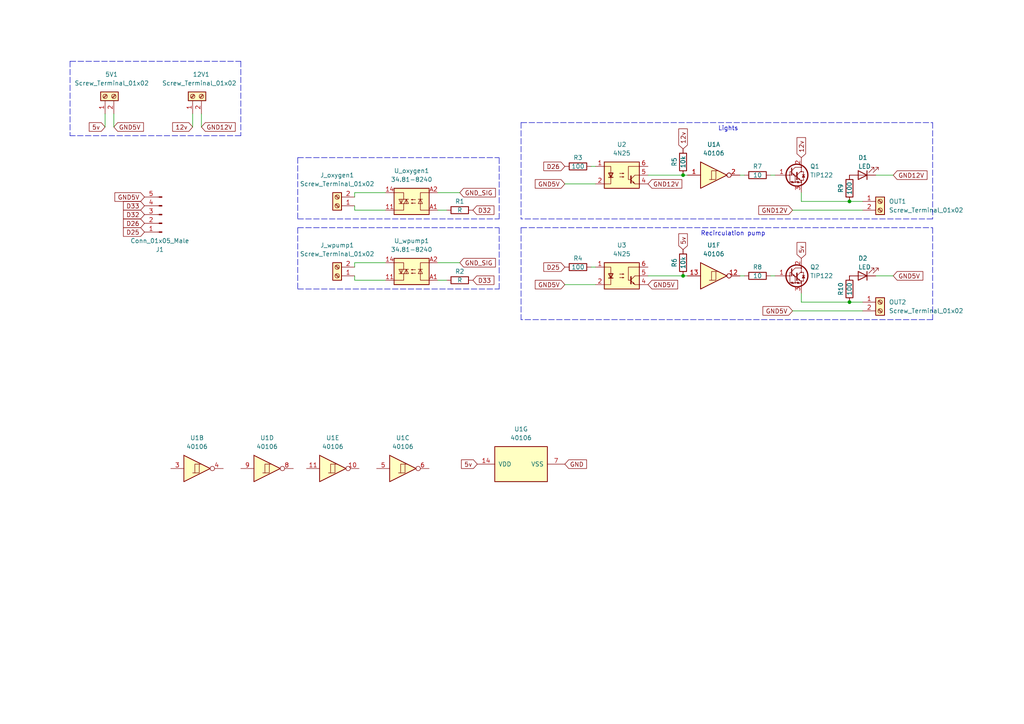
<source format=kicad_sch>
(kicad_sch (version 20211123) (generator eeschema)
  (paper "A4")
  (lib_symbols
    (symbol "4xxx:40106" (pin_names (offset 1.016))
      (property "Reference" "U" (at 0 1.27 0))
      (property "Value" "40106" (at 0 -1.27 0))
      (symbol "40106_1_0"
        (polyline (pts (xy -0.635 -1.27) (xy -0.635 1.27) (xy 0.635 1.27)))
        (polyline (pts (xy -3.81 3.81) (xy -3.81 -3.81) (xy 3.81 0) (xy -3.81 3.81)) (stroke (width 0.254)) (fill (type background)))
        (polyline (pts (xy -1.27 -1.27) (xy 0.635 -1.27) (xy 0.635 1.27) (xy 1.27 1.27)))
        (pin input line (at -7.62 0 0) (length 3.81) (name "~") (number "1"))
        (pin output inverted (at 7.62 0 180) (length 3.81) (name "~") (number "2"))
      )
      (symbol "40106_2_0"
        (polyline (pts (xy -0.635 -1.27) (xy -0.635 1.27) (xy 0.635 1.27)))
        (polyline (pts (xy -3.81 3.81) (xy -3.81 -3.81) (xy 3.81 0) (xy -3.81 3.81)) (stroke (width 0.254)) (fill (type background)))
        (polyline (pts (xy -1.27 -1.27) (xy 0.635 -1.27) (xy 0.635 1.27) (xy 1.27 1.27)))
        (pin input line (at -7.62 0 0) (length 3.81) (name "~") (number "3"))
        (pin output inverted (at 7.62 0 180) (length 3.81) (name "~") (number "4"))
      )
      (symbol "40106_3_0"
        (polyline (pts (xy -0.635 -1.27) (xy -0.635 1.27) (xy 0.635 1.27)))
        (polyline (pts (xy -3.81 3.81) (xy -3.81 -3.81) (xy 3.81 0) (xy -3.81 3.81)) (stroke (width 0.254)) (fill (type background)))
        (polyline (pts (xy -1.27 -1.27) (xy 0.635 -1.27) (xy 0.635 1.27) (xy 1.27 1.27)))
        (pin input line (at -7.62 0 0) (length 3.81) (name "~") (number "5"))
        (pin output inverted (at 7.62 0 180) (length 3.81) (name "~") (number "6"))
      )
      (symbol "40106_4_0"
        (polyline (pts (xy -0.635 -1.27) (xy -0.635 1.27) (xy 0.635 1.27)))
        (polyline (pts (xy -3.81 3.81) (xy -3.81 -3.81) (xy 3.81 0) (xy -3.81 3.81)) (stroke (width 0.254)) (fill (type background)))
        (polyline (pts (xy -1.27 -1.27) (xy 0.635 -1.27) (xy 0.635 1.27) (xy 1.27 1.27)))
        (pin output inverted (at 7.62 0 180) (length 3.81) (name "~") (number "8"))
        (pin input line (at -7.62 0 0) (length 3.81) (name "~") (number "9"))
      )
      (symbol "40106_5_0"
        (polyline (pts (xy -0.635 -1.27) (xy -0.635 1.27) (xy 0.635 1.27)))
        (polyline (pts (xy -3.81 3.81) (xy -3.81 -3.81) (xy 3.81 0) (xy -3.81 3.81)) (stroke (width 0.254)) (fill (type background)))
        (polyline (pts (xy -1.27 -1.27) (xy 0.635 -1.27) (xy 0.635 1.27) (xy 1.27 1.27)))
        (pin output inverted (at 7.62 0 180) (length 3.81) (name "~") (number "10"))
        (pin input line (at -7.62 0 0) (length 3.81) (name "~") (number "11"))
      )
      (symbol "40106_6_0"
        (polyline (pts (xy -0.635 -1.27) (xy -0.635 1.27) (xy 0.635 1.27)))
        (polyline (pts (xy -3.81 3.81) (xy -3.81 -3.81) (xy 3.81 0) (xy -3.81 3.81)) (stroke (width 0.254)) (fill (type background)))
        (polyline (pts (xy -1.27 -1.27) (xy 0.635 -1.27) (xy 0.635 1.27) (xy 1.27 1.27)))
        (pin output inverted (at 7.62 0 180) (length 3.81) (name "~") (number "12"))
        (pin input line (at -7.62 0 0) (length 3.81) (name "~") (number "13"))
      )
      (symbol "40106_7_0"
        (pin power_in line (at 0 12.7 270) (length 5.08) (name "VDD") (number "14"))
        (pin power_in line (at 0 -12.7 90) (length 5.08) (name "VSS") (number "7"))
      )
      (symbol "40106_7_1"
        (rectangle (start -5.08 7.62) (end 5.08 -7.62) (stroke (width 0.254)) (fill (type background)))
      )
    )
    (symbol "Connector:Conn_01x05_Male" (pin_names (offset 1.016) hide)
      (property "Reference" "J" (at 0 7.62 0))
      (property "Value" "Conn_01x05_Male" (at 0 -7.62 0))
      (symbol "Conn_01x05_Male_1_1"
        (polyline (pts (xy 1.27 -5.08) (xy 0.8636 -5.08)) (stroke (width 0.1524)))
        (polyline (pts (xy 1.27 -2.54) (xy 0.8636 -2.54)) (stroke (width 0.1524)))
        (polyline (pts (xy 1.27 0) (xy 0.8636 0)) (stroke (width 0.1524)))
        (polyline (pts (xy 1.27 2.54) (xy 0.8636 2.54)) (stroke (width 0.1524)))
        (polyline (pts (xy 1.27 5.08) (xy 0.8636 5.08)) (stroke (width 0.1524)))
        (rectangle (start 0.8636 -4.953) (end 0 -5.207) (stroke (width 0.1524)) (fill (type outline)))
        (rectangle (start 0.8636 -2.413) (end 0 -2.667) (stroke (width 0.1524)) (fill (type outline)))
        (rectangle (start 0.8636 0.127) (end 0 -0.127) (stroke (width 0.1524)) (fill (type outline)))
        (rectangle (start 0.8636 2.667) (end 0 2.413) (stroke (width 0.1524)) (fill (type outline)))
        (rectangle (start 0.8636 5.207) (end 0 4.953) (stroke (width 0.1524)) (fill (type outline)))
        (pin passive line (at 5.08 5.08 180) (length 3.81) (name "Pin_1") (number "1"))
        (pin passive line (at 5.08 2.54 180) (length 3.81) (name "Pin_2") (number "2"))
        (pin passive line (at 5.08 0 180) (length 3.81) (name "Pin_3") (number "3"))
        (pin passive line (at 5.08 -2.54 180) (length 3.81) (name "Pin_4") (number "4"))
        (pin passive line (at 5.08 -5.08 180) (length 3.81) (name "Pin_5") (number "5"))
      )
    )
    (symbol "Connector:Screw_Terminal_01x02" (pin_names (offset 1.016) hide)
      (property "Reference" "J" (at 0 2.54 0))
      (property "Value" "Screw_Terminal_01x02" (at 0 -5.08 0))
      (symbol "Screw_Terminal_01x02_1_1"
        (rectangle (start -1.27 1.27) (end 1.27 -3.81) (stroke (width 0.254)) (fill (type background)))
        (circle (center 0 -2.54) (radius 0.635) (stroke (width 0.1524)))
        (polyline (pts (xy -0.5334 -2.2098) (xy 0.3302 -3.048)) (stroke (width 0.1524)))
        (polyline (pts (xy -0.5334 0.3302) (xy 0.3302 -0.508)) (stroke (width 0.1524)))
        (polyline (pts (xy -0.3556 -2.032) (xy 0.508 -2.8702)) (stroke (width 0.1524)))
        (polyline (pts (xy -0.3556 0.508) (xy 0.508 -0.3302)) (stroke (width 0.1524)))
        (circle (center 0 0) (radius 0.635) (stroke (width 0.1524)))
        (pin passive line (at -5.08 0 0) (length 3.81) (name "Pin_1") (number "1"))
        (pin passive line (at -5.08 -2.54 0) (length 3.81) (name "Pin_2") (number "2"))
      )
    )
    (symbol "Device:LED" (pin_numbers hide) (pin_names (offset 1.016) hide)
      (property "Reference" "D" (at 0 2.54 0))
      (property "Value" "LED" (at 0 -2.54 0))
      (symbol "LED_0_1"
        (polyline (pts (xy -1.27 -1.27) (xy -1.27 1.27)) (stroke (width 0.254)))
        (polyline (pts (xy -1.27 0) (xy 1.27 0)))
        (polyline (pts (xy 1.27 -1.27) (xy 1.27 1.27) (xy -1.27 0) (xy 1.27 -1.27)) (stroke (width 0.254)))
        (polyline (pts (xy -3.048 -0.762) (xy -4.572 -2.286) (xy -3.81 -2.286) (xy -4.572 -2.286) (xy -4.572 -1.524)))
        (polyline (pts (xy -1.778 -0.762) (xy -3.302 -2.286) (xy -2.54 -2.286) (xy -3.302 -2.286) (xy -3.302 -1.524)))
      )
      (symbol "LED_1_1"
        (pin passive line (at -3.81 0 0) (length 2.54) (name "K") (number "1"))
        (pin passive line (at 3.81 0 180) (length 2.54) (name "A") (number "2"))
      )
    )
    (symbol "Device:R" (pin_numbers hide) (pin_names (offset 0))
      (property "Reference" "R" (at 2.032 0 90))
      (property "Value" "R" (at 0 0 90))
      (symbol "R_0_1"
        (rectangle (start -1.016 -2.54) (end 1.016 2.54) (stroke (width 0.254)))
      )
      (symbol "R_1_1"
        (pin passive line (at 0 3.81 270) (length 1.27) (name "~") (number "1"))
        (pin passive line (at 0 -3.81 90) (length 1.27) (name "~") (number "2"))
      )
    )
    (symbol "Isolator:4N25" (pin_names (offset 1.016))
      (property "Reference" "U" (at -5.08 5.08 0))
      (property "Value" "4N25" (at 0 5.08 0))
      (symbol "4N25_0_1"
        (rectangle (start -5.08 3.81) (end 5.08 -3.81) (stroke (width 0.254)) (fill (type background)))
        (polyline (pts (xy -3.81 -0.635) (xy -2.54 -0.635)) (stroke (width 0.254)))
        (polyline (pts (xy 2.667 -1.397) (xy 3.81 -2.54)))
        (polyline (pts (xy 2.667 -1.143) (xy 3.81 0)))
        (polyline (pts (xy 3.81 -2.54) (xy 5.08 -2.54)))
        (polyline (pts (xy 3.81 0) (xy 5.08 0)))
        (polyline (pts (xy 2.667 -0.254) (xy 2.667 -2.286) (xy 2.667 -2.286)) (stroke (width 0.3556)))
        (polyline (pts (xy -5.08 -2.54) (xy -3.175 -2.54) (xy -3.175 2.54) (xy -5.08 2.54)))
        (polyline (pts (xy -3.175 -0.635) (xy -3.81 0.635) (xy -2.54 0.635) (xy -3.175 -0.635)) (stroke (width 0.254)))
        (polyline (pts (xy 3.683 -2.413) (xy 3.429 -1.905) (xy 3.175 -2.159) (xy 3.683 -2.413)))
        (polyline (pts (xy 5.08 2.54) (xy 1.905 2.54) (xy 1.905 -1.27) (xy 2.54 -1.27)))
        (polyline (pts (xy -0.635 -0.508) (xy 0.635 -0.508) (xy 0.254 -0.635) (xy 0.254 -0.381) (xy 0.635 -0.508)))
        (polyline (pts (xy -0.635 0.508) (xy 0.635 0.508) (xy 0.254 0.381) (xy 0.254 0.635) (xy 0.635 0.508)))
      )
      (symbol "4N25_1_1"
        (pin passive line (at -7.62 2.54 0) (length 2.54) (name "~") (number "1"))
        (pin passive line (at -7.62 -2.54 0) (length 2.54) (name "~") (number "2"))
        (pin no_connect line (at -5.08 0 0) (length 2.54) hide (name "NC") (number "3"))
        (pin passive line (at 7.62 -2.54 180) (length 2.54) (name "~") (number "4"))
        (pin passive line (at 7.62 0 180) (length 2.54) (name "~") (number "5"))
        (pin passive line (at 7.62 2.54 180) (length 2.54) (name "~") (number "6"))
      )
    )
    (symbol "Relay_SolidState:34.81-8240"
      (property "Reference" "U" (at -5.08 5.08 0))
      (property "Value" "34.81-8240" (at 0 5.08 0))
      (symbol "34.81-8240_0_1"
        (rectangle (start -5.08 3.81) (end 5.08 -3.81) (stroke (width 0.254)) (fill (type background)))
        (polyline (pts (xy -3.175 -0.635) (xy -1.905 -0.635)))
        (polyline (pts (xy 1.524 -0.635) (xy 1.524 0.635)))
        (polyline (pts (xy 3.048 0.635) (xy 3.048 -0.635)))
        (polyline (pts (xy 2.286 -0.635) (xy 2.286 -2.54) (xy 5.08 -2.54)))
        (polyline (pts (xy 2.286 0.635) (xy 2.286 2.54) (xy 5.08 2.54)))
        (polyline (pts (xy -5.08 2.54) (xy -2.54 2.54) (xy -2.54 -2.54) (xy -5.08 -2.54)))
        (polyline (pts (xy -2.54 -0.635) (xy -3.175 0.635) (xy -1.905 0.635) (xy -2.54 -0.635)))
        (polyline (pts (xy 0.889 -0.635) (xy 3.683 -0.635) (xy 3.048 0.635) (xy 2.413 -0.635)))
        (polyline (pts (xy 3.683 0.635) (xy 0.889 0.635) (xy 1.524 -0.635) (xy 2.159 0.635)))
        (polyline (pts (xy -1.143 -0.508) (xy 0.127 -0.508) (xy -0.254 -0.635) (xy -0.254 -0.381) (xy 0.127 -0.508)))
        (polyline (pts (xy -1.143 0.508) (xy 0.127 0.508) (xy -0.254 0.381) (xy -0.254 0.635) (xy 0.127 0.508)))
      )
      (symbol "34.81-8240_1_1"
        (pin passive line (at 7.62 2.54 180) (length 2.54) (name "~") (number "11"))
        (pin passive line (at 7.62 -2.54 180) (length 2.54) (name "~") (number "14"))
        (pin passive line (at -7.62 2.54 0) (length 2.54) (name "~") (number "A1"))
        (pin passive line (at -7.62 -2.54 0) (length 2.54) (name "~") (number "A2"))
      )
    )
    (symbol "Transistor_BJT:TIP122" (pin_names (offset 0) hide)
      (property "Reference" "Q" (at 5.08 1.905 0))
      (property "Value" "TIP122" (at 5.08 0 0))
      (symbol "TIP122_0_1"
        (circle (center -0.762 0) (radius 0.127))
        (polyline (pts (xy -1.27 0) (xy -0.889 0)))
        (polyline (pts (xy 2.54 -2.032) (xy 2.54 -2.54)))
        (polyline (pts (xy 2.54 -1.524) (xy 3.175 -1.524)))
        (polyline (pts (xy 2.794 0.127) (xy 3.556 0.127)))
        (polyline (pts (xy 3.175 -0.635) (xy 3.175 -1.524)))
        (polyline (pts (xy 3.175 1.016) (xy 2.54 1.016)))
        (polyline (pts (xy 3.175 1.016) (xy 3.175 0.127)))
        (polyline (pts (xy -0.254 0.762) (xy 0.762 -0.254) (xy 1.27 -0.254)))
        (polyline (pts (xy -0.254 1.016) (xy -0.762 1.016) (xy -0.762 -2.032)))
        (polyline (pts (xy -0.254 1.27) (xy 0.762 2.286) (xy 2.54 2.286)))
        (polyline (pts (xy -0.254 2.032) (xy -0.254 0) (xy -0.254 0)) (stroke (width 0.3048)))
        (polyline (pts (xy 1.27 0.762) (xy 1.27 -1.27) (xy 1.27 -1.27)) (stroke (width 0.381)))
        (polyline (pts (xy 0.635 -0.127) (xy 0.381 0.381) (xy 0.127 0.127) (xy 0.635 -0.127)))
        (polyline (pts (xy 1.27 -0.508) (xy 2.286 -1.524) (xy 2.54 -1.524) (xy 2.54 -2.032)))
        (polyline (pts (xy 1.27 0) (xy 2.286 1.016) (xy 2.54 1.016) (xy 2.54 2.286)))
        (polyline (pts (xy 2.159 -1.397) (xy 1.905 -0.889) (xy 1.651 -1.143) (xy 2.159 -1.397)))
        (polyline (pts (xy 3.175 0.127) (xy 2.794 -0.635) (xy 3.556 -0.635) (xy 3.175 0.127)) (fill (type outline)))
        (polyline (pts (xy 0.762 -2.032) (xy 0.381 -2.032) (xy 0.254 -2.286) (xy 0.127 -1.778) (xy 0 -2.286) (xy -0.127 -1.778) (xy -0.254 -2.286) (xy -0.381 -1.778) (xy -0.508 -2.032) (xy -0.762 -2.032)))
        (polyline (pts (xy 0.762 -0.254) (xy 0.762 -2.032) (xy 1.143 -2.032) (xy 1.27 -1.778) (xy 1.397 -2.286) (xy 1.524 -1.778) (xy 1.651 -2.286) (xy 1.778 -1.778) (xy 1.905 -2.286) (xy 2.032 -2.032) (xy 2.54 -2.032)))
        (circle (center 0.762 -2.032) (radius 0.127))
        (circle (center 0.762 -0.254) (radius 0.127))
        (circle (center 1.27 0) (radius 3.175) (stroke (width 0.3556)))
        (circle (center 2.54 -2.032) (radius 0.127))
        (circle (center 2.54 -1.524) (radius 0.127))
        (circle (center 2.54 1.016) (radius 0.127))
        (circle (center 2.54 2.286) (radius 0.127))
      )
      (symbol "TIP122_1_1"
        (pin input line (at -5.08 0 0) (length 3.81) (name "B") (number "1"))
        (pin passive line (at 2.54 5.08 270) (length 2.667) (name "C") (number "2"))
        (pin passive line (at 2.54 -5.08 90) (length 2.54) (name "E") (number "3"))
      )
    )
  )
  (junction (at 246.38 58.42))
  (junction (at 198.12 80.01))
  (junction (at 198.12 50.8))
  (junction (at 246.38 87.63))
  (wire (pts (xy 198.12 50.8) (xy 199.39 50.8)))
  (wire (pts (xy 33.02 36.83) (xy 33.02 33.02)))
  (wire (pts (xy 30.48 36.83) (xy 30.48 33.02)))
  (wire (pts (xy 111.76 60.96) (xy 102.87 60.96)))
  (wire (pts (xy 232.41 58.42) (xy 246.38 58.42)))
  (wire (pts (xy 127 60.96) (xy 129.54 60.96)))
  (wire (pts (xy 254 50.8) (xy 259.08 50.8)))
  (wire (pts (xy 250.19 87.63) (xy 246.38 87.63)))
  (wire (pts (xy 254 80.01) (xy 259.08 80.01)))
  (wire (pts (xy 232.41 87.63) (xy 246.38 87.63)))
  (polyline (pts (xy 86.36 45.72) (xy 86.36 63.5)))
  (wire (pts (xy 214.63 80.01) (xy 215.9 80.01)))
  (polyline (pts (xy 270.51 66.04) (xy 270.51 92.71)))
  (polyline (pts (xy 86.36 63.5) (xy 144.78 63.5)))
  (polyline (pts (xy 151.13 35.56) (xy 151.13 63.5)))
  (polyline (pts (xy 69.85 39.37) (xy 20.32 39.37)))
  (wire (pts (xy 229.87 60.96) (xy 250.19 60.96)))
  (wire (pts (xy 127 55.88) (xy 133.35 55.88)))
  (wire (pts (xy 58.42 36.83) (xy 58.42 33.02)))
  (wire (pts (xy 171.45 48.26) (xy 172.72 48.26)))
  (polyline (pts (xy 86.36 83.82) (xy 144.78 83.82)))
  (wire (pts (xy 250.19 58.42) (xy 246.38 58.42)))
  (wire (pts (xy 127 76.2) (xy 133.35 76.2)))
  (wire (pts (xy 198.12 80.01) (xy 199.39 80.01)))
  (wire (pts (xy 111.76 55.88) (xy 102.87 55.88)))
  (wire (pts (xy 163.83 53.34) (xy 172.72 53.34)))
  (polyline (pts (xy 144.78 63.5) (xy 144.78 45.72)))
  (wire (pts (xy 223.52 50.8) (xy 224.79 50.8)))
  (polyline (pts (xy 69.85 17.78) (xy 69.85 39.37)))
  (polyline (pts (xy 20.32 17.78) (xy 20.32 39.37)))
  (polyline (pts (xy 151.13 66.04) (xy 151.13 92.71)))
  (wire (pts (xy 187.96 50.8) (xy 198.12 50.8)))
  (wire (pts (xy 171.45 77.47) (xy 172.72 77.47)))
  (polyline (pts (xy 270.51 63.5) (xy 151.13 63.5)))
  (polyline (pts (xy 86.36 45.72) (xy 144.78 45.72)))
  (wire (pts (xy 223.52 80.01) (xy 224.79 80.01)))
  (wire (pts (xy 102.87 55.88) (xy 102.87 57.15)))
  (wire (pts (xy 102.87 81.28) (xy 102.87 80.01)))
  (wire (pts (xy 163.83 82.55) (xy 172.72 82.55)))
  (polyline (pts (xy 151.13 66.04) (xy 270.51 66.04)))
  (polyline (pts (xy 270.51 92.71) (xy 151.13 92.71)))
  (polyline (pts (xy 151.13 35.56) (xy 270.51 35.56)))
  (wire (pts (xy 229.87 90.17) (xy 250.19 90.17)))
  (wire (pts (xy 55.88 36.83) (xy 55.88 33.02)))
  (wire (pts (xy 187.96 80.01) (xy 198.12 80.01)))
  (wire (pts (xy 232.41 85.09) (xy 232.41 87.63)))
  (wire (pts (xy 232.41 55.88) (xy 232.41 58.42)))
  (polyline (pts (xy 144.78 83.82) (xy 144.78 66.04)))
  (polyline (pts (xy 270.51 35.56) (xy 270.51 63.5)))
  (polyline (pts (xy 20.32 17.78) (xy 69.85 17.78)))
  (wire (pts (xy 111.76 76.2) (xy 102.87 76.2)))
  (polyline (pts (xy 86.36 66.04) (xy 86.36 83.82)))
  (wire (pts (xy 102.87 76.2) (xy 102.87 77.47)))
  (wire (pts (xy 127 81.28) (xy 129.54 81.28)))
  (wire (pts (xy 214.63 50.8) (xy 215.9 50.8)))
  (polyline (pts (xy 86.36 66.04) (xy 144.78 66.04)))
  (wire (pts (xy 111.76 81.28) (xy 102.87 81.28)))
  (wire (pts (xy 102.87 60.96) (xy 102.87 59.69)))
  (text "Lights" (at 208.28 38.1 0) (effects (font (size 1.27 1.27)) (justify left bottom)))
  (text "Recirculation pump" (at 203.2 68.58 0) (effects (font (size 1.27 1.27)) (justify left bottom)))
  (global_label "GND12V" (shape input) (at 187.96 53.34 0) (property "Intersheet References" "${INTERSHEET_REFS}" (effects hide)))
  (global_label "GND5V" (shape input) (at 187.96 82.55 0) (property "Intersheet References" "${INTERSHEET_REFS}" (effects hide)))
  (global_label "5v" (shape input) (at 30.48 36.83 180) (property "Intersheet References" "${INTERSHEET_REFS}" (effects hide)))
  (global_label "D25" (shape input) (at 163.83 77.47 180) (property "Intersheet References" "${INTERSHEET_REFS}" (effects hide)))
  (global_label "D26" (shape input) (at 41.91 64.77 180) (property "Intersheet References" "${INTERSHEET_REFS}" (effects hide)))
  (global_label "GND12V" (shape input) (at 58.42 36.83 0) (property "Intersheet References" "${INTERSHEET_REFS}" (effects hide)))
  (global_label "GND12V" (shape input) (at 229.87 60.96 180) (property "Intersheet References" "${INTERSHEET_REFS}" (effects hide)))
  (global_label "GND5V" (shape input) (at 259.08 80.01 0) (property "Intersheet References" "${INTERSHEET_REFS}" (effects hide)))
  (global_label "GND5V" (shape input) (at 229.87 90.17 180) (property "Intersheet References" "${INTERSHEET_REFS}" (effects hide)))
  (global_label "GND5V" (shape input) (at 41.91 57.15 180) (property "Intersheet References" "${INTERSHEET_REFS}" (effects hide)))
  (global_label "5v" (shape input) (at 232.41 74.93 90) (property "Intersheet References" "${INTERSHEET_REFS}" (effects hide)))
  (global_label "GND5V" (shape input) (at 163.83 82.55 180) (property "Intersheet References" "${INTERSHEET_REFS}" (effects hide)))
  (global_label "GND_SIG" (shape input) (at 133.35 55.88 0) (property "Intersheet References" "${INTERSHEET_REFS}" (effects hide)))
  (global_label "12v" (shape input) (at 198.12 43.18 90) (property "Intersheet References" "${INTERSHEET_REFS}" (effects hide)))
  (global_label "GND5V" (shape input) (at 163.83 53.34 180) (property "Intersheet References" "${INTERSHEET_REFS}" (effects hide)))
  (global_label "5v" (shape input) (at 138.43 134.62 180) (property "Intersheet References" "${INTERSHEET_REFS}" (effects hide)))
  (global_label "5v" (shape input) (at 198.12 72.39 90) (property "Intersheet References" "${INTERSHEET_REFS}" (effects hide)))
  (global_label "GND" (shape input) (at 163.83 134.62 0) (property "Intersheet References" "${INTERSHEET_REFS}" (effects hide)))
  (global_label "GND5V" (shape input) (at 33.02 36.83 0) (property "Intersheet References" "${INTERSHEET_REFS}" (effects hide)))
  (global_label "GND12V" (shape input) (at 259.08 50.8 0) (property "Intersheet References" "${INTERSHEET_REFS}" (effects hide)))
  (global_label "D33" (shape input) (at 137.16 81.28 0) (property "Intersheet References" "${INTERSHEET_REFS}" (effects hide)))
  (global_label "D33" (shape input) (at 41.91 59.69 180) (property "Intersheet References" "${INTERSHEET_REFS}" (effects hide)))
  (global_label "D26" (shape input) (at 163.83 48.26 180) (property "Intersheet References" "${INTERSHEET_REFS}" (effects hide)))
  (global_label "D32" (shape input) (at 41.91 62.23 180) (property "Intersheet References" "${INTERSHEET_REFS}" (effects hide)))
  (global_label "12v" (shape input) (at 55.88 36.83 180) (property "Intersheet References" "${INTERSHEET_REFS}" (effects hide)))
  (global_label "GND_SIG" (shape input) (at 133.35 76.2 0) (property "Intersheet References" "${INTERSHEET_REFS}" (effects hide)))
  (global_label "D32" (shape input) (at 137.16 60.96 0) (property "Intersheet References" "${INTERSHEET_REFS}" (effects hide)))
  (global_label "D25" (shape input) (at 41.91 67.31 180) (property "Intersheet References" "${INTERSHEET_REFS}" (effects hide)))
  (global_label "12v" (shape input) (at 232.41 45.72 90) (property "Intersheet References" "${INTERSHEET_REFS}" (effects hide)))
  (symbol (lib_id "Device:R") (at 133.35 81.28 90) (unit 1)
    (property "Reference" "R2" (at 133.35 78.74 90))
    (property "Value" "R" (at 133.35 81.28 90))
    (property "Footprint" "Resistor_THT:R_Axial_DIN0204_L3.6mm_D1.6mm_P5.08mm_Vertical" (effects hide))
  )
  (symbol (lib_id "4xxx:40106") (at 151.13 134.62 90) (unit 7)
    (property "Reference" "U1" (at 151.13 124.46 90))
    (property "Value" "40106" (at 151.13 127 90))
    (property "Footprint" "Package_DIP:DIP-14_W7.62mm" (effects hide))
    (property "Datasheet" "https://assets.nexperia.com/documents/data-sheet/HEF40106B.pdf" (effects hide))
  )
  (symbol (lib_id "4xxx:40106") (at 96.52 135.89 0) (unit 5)
    (property "Reference" "U1" (at 96.52 127 0))
    (property "Value" "40106" (at 96.52 129.54 0))
    (property "Footprint" "Package_DIP:DIP-14_W7.62mm" (effects hide))
    (property "Datasheet" "https://assets.nexperia.com/documents/data-sheet/HEF40106B.pdf" (effects hide))
  )
  (symbol (lib_id "Device:R") (at 198.12 76.2 180) (unit 1)
    (property "Reference" "R6" (at 195.58 76.2 90))
    (property "Value" "10k" (at 198.12 76.2 90))
    (property "Footprint" "Resistor_THT:R_Axial_DIN0204_L3.6mm_D1.6mm_P2.54mm_Vertical" (effects hide))
  )
  (symbol (lib_id "Connector:Conn_01x05_Male") (at 46.99 62.23 180) (unit 1)
    (property "Reference" "J1" (at 46.355 72.39 0))
    (property "Value" "Conn_01x05_Male" (at 46.355 69.85 0))
    (property "Footprint" "Connector_JST:JST_EH_B5B-EH-A_1x05_P2.50mm_Vertical" (effects hide))
  )
  (symbol (lib_id "Device:R") (at 246.38 83.82 0) (unit 1)
    (property "Reference" "R10" (at 243.84 83.82 90))
    (property "Value" "100" (at 246.38 83.82 90))
    (property "Footprint" "Resistor_THT:R_Axial_DIN0204_L3.6mm_D1.6mm_P2.54mm_Vertical" (effects hide))
  )
  (symbol (lib_id "4xxx:40106") (at 207.01 80.01 0) (unit 6)
    (property "Reference" "U1" (at 207.01 71.12 0))
    (property "Value" "40106" (at 207.01 73.66 0))
    (property "Footprint" "Package_DIP:DIP-14_W7.62mm" (effects hide))
    (property "Datasheet" "https://assets.nexperia.com/documents/data-sheet/HEF40106B.pdf" (effects hide))
  )
  (symbol (lib_id "4xxx:40106") (at 116.84 135.89 0) (unit 3)
    (property "Reference" "U1" (at 116.84 127 0))
    (property "Value" "40106" (at 116.84 129.54 0))
    (property "Footprint" "Package_DIP:DIP-14_W7.62mm" (effects hide))
    (property "Datasheet" "https://assets.nexperia.com/documents/data-sheet/HEF40106B.pdf" (effects hide))
  )
  (symbol (lib_id "4xxx:40106") (at 207.01 50.8 0) (unit 1)
    (property "Reference" "U1" (at 207.01 41.91 0))
    (property "Value" "40106" (at 207.01 44.45 0))
    (property "Footprint" "Package_DIP:DIP-14_W7.62mm" (effects hide))
    (property "Datasheet" "https://assets.nexperia.com/documents/data-sheet/HEF40106B.pdf" (effects hide))
  )
  (symbol (lib_id "Transistor_BJT:TIP122") (at 229.87 80.01 0) (unit 1)
    (property "Reference" "Q2" (at 234.95 77.47 0) (effects (justify left)))
    (property "Value" "TIP122" (at 234.95 80.01 0) (effects (justify left)))
    (property "Footprint" "Package_TO_SOT_THT:TO-220-3_Vertical" (effects hide))
    (property "Datasheet" "https://www.onsemi.com/pub/Collateral/TIP120-D.PDF" (effects hide))
  )
  (symbol (lib_id "Device:R") (at 198.12 46.99 180) (unit 1)
    (property "Reference" "R5" (at 195.58 46.99 90))
    (property "Value" "10k" (at 198.12 46.99 90))
    (property "Footprint" "Resistor_THT:R_Axial_DIN0204_L3.6mm_D1.6mm_P2.54mm_Vertical" (effects hide))
  )
  (symbol (lib_id "Connector:Screw_Terminal_01x02") (at 97.79 80.01 180) (unit 1)
    (property "Reference" "J_wpump1" (at 97.79 71.12 0))
    (property "Value" "Screw_Terminal_01x02" (at 97.79 73.66 0))
    (property "Footprint" "TerminalBlock:TerminalBlock_Altech_AK300-2_P5.00mm" (effects hide))
  )
  (symbol (lib_id "Device:LED") (at 250.19 50.8 180) (unit 1)
    (property "Reference" "D1" (at 248.92 45.72 0) (effects (justify right)))
    (property "Value" "LED" (at 248.92 48.26 0) (effects (justify right)))
    (property "Footprint" "LED_THT:LED_D3.0mm_Clear" (effects hide))
  )
  (symbol (lib_id "Connector:Screw_Terminal_01x02") (at 30.48 27.94 90) (unit 1)
    (property "Reference" "5V1" (at 30.48 21.59 90) (effects (justify right)))
    (property "Value" "Screw_Terminal_01x02" (at 21.59 24.13 90) (effects (justify right)))
    (property "Footprint" "TerminalBlock:TerminalBlock_Altech_AK300-2_P5.00mm" (effects hide))
  )
  (symbol (lib_id "Transistor_BJT:TIP122") (at 229.87 50.8 0) (unit 1)
    (property "Reference" "Q1" (at 234.95 48.26 0) (effects (justify left)))
    (property "Value" "TIP122" (at 234.95 50.8 0) (effects (justify left)))
    (property "Footprint" "Package_TO_SOT_THT:TO-220-3_Vertical" (effects hide))
    (property "Datasheet" "https://www.onsemi.com/pub/Collateral/TIP120-D.PDF" (effects hide))
  )
  (symbol (lib_id "Relay_SolidState:34.81-8240") (at 119.38 78.74 180) (unit 1)
    (property "Reference" "U_wpump1" (at 119.38 69.85 0))
    (property "Value" "34.81-8240" (at 119.38 72.39 0))
    (property "Footprint" "OptoDevice:Finder_34.81" (effects hide))
    (property "Datasheet" "https://gfinder.findernet.com/public/attachments/34/EN/S34USAEN.pdf" (effects hide))
  )
  (symbol (lib_id "Device:R") (at 167.64 48.26 90) (unit 1)
    (property "Reference" "R3" (at 167.64 45.72 90))
    (property "Value" "100" (at 167.64 48.26 90))
    (property "Footprint" "Resistor_THT:R_Axial_DIN0204_L3.6mm_D1.6mm_P2.54mm_Vertical" (effects hide))
  )
  (symbol (lib_id "Device:R") (at 133.35 60.96 90) (unit 1)
    (property "Reference" "R1" (at 133.35 58.42 90))
    (property "Value" "R" (at 133.35 60.96 90))
    (property "Footprint" "Resistor_THT:R_Axial_DIN0204_L3.6mm_D1.6mm_P5.08mm_Vertical" (effects hide))
  )
  (symbol (lib_id "Device:R") (at 219.71 80.01 90) (unit 1)
    (property "Reference" "R8" (at 219.71 77.47 90))
    (property "Value" "10" (at 219.71 80.01 90))
    (property "Footprint" "Resistor_THT:R_Axial_DIN0204_L3.6mm_D1.6mm_P2.54mm_Vertical" (effects hide))
  )
  (symbol (lib_id "Isolator:4N25") (at 180.34 80.01 0) (unit 1)
    (property "Reference" "U3" (at 180.34 71.12 0))
    (property "Value" "4N25" (at 180.34 73.66 0))
    (property "Footprint" "Package_DIP:DIP-6_W7.62mm" (effects hide))
    (property "Datasheet" "https://www.vishay.com/docs/83725/4n25.pdf" (effects hide))
  )
  (symbol (lib_id "Relay_SolidState:34.81-8240") (at 119.38 58.42 180) (unit 1)
    (property "Reference" "U_oxygen1" (at 119.38 49.53 0))
    (property "Value" "34.81-8240" (at 119.38 52.07 0))
    (property "Footprint" "OptoDevice:Finder_34.81" (effects hide))
    (property "Datasheet" "https://gfinder.findernet.com/public/attachments/34/EN/S34USAEN.pdf" (effects hide))
  )
  (symbol (lib_id "Connector:Screw_Terminal_01x02") (at 255.27 87.63 0) (unit 1)
    (property "Reference" "OUT2" (at 257.81 87.6299 0) (effects (justify left)))
    (property "Value" "Screw_Terminal_01x02" (at 257.81 90.1699 0) (effects (justify left)))
    (property "Footprint" "TerminalBlock:TerminalBlock_Altech_AK300-2_P5.00mm" (effects hide))
  )
  (symbol (lib_id "Device:R") (at 167.64 77.47 90) (unit 1)
    (property "Reference" "R4" (at 167.64 74.93 90))
    (property "Value" "100" (at 167.64 77.47 90))
    (property "Footprint" "Resistor_THT:R_Axial_DIN0204_L3.6mm_D1.6mm_P2.54mm_Vertical" (effects hide))
  )
  (symbol (lib_id "Connector:Screw_Terminal_01x02") (at 97.79 59.69 180) (unit 1)
    (property "Reference" "J_oxygen1" (at 97.79 50.8 0))
    (property "Value" "Screw_Terminal_01x02" (at 97.79 53.34 0))
    (property "Footprint" "TerminalBlock:TerminalBlock_Altech_AK300-2_P5.00mm" (effects hide))
  )
  (symbol (lib_id "Isolator:4N25") (at 180.34 50.8 0) (unit 1)
    (property "Reference" "U2" (at 180.34 41.91 0))
    (property "Value" "4N25" (at 180.34 44.45 0))
    (property "Footprint" "Package_DIP:DIP-6_W7.62mm" (effects hide))
    (property "Datasheet" "https://www.vishay.com/docs/83725/4n25.pdf" (effects hide))
  )
  (symbol (lib_id "4xxx:40106") (at 57.15 135.89 0) (unit 2)
    (property "Reference" "U1" (at 57.15 127 0))
    (property "Value" "40106" (at 57.15 129.54 0))
    (property "Footprint" "Package_DIP:DIP-14_W7.62mm" (effects hide))
    (property "Datasheet" "https://assets.nexperia.com/documents/data-sheet/HEF40106B.pdf" (effects hide))
  )
  (symbol (lib_id "Device:LED") (at 250.19 80.01 180) (unit 1)
    (property "Reference" "D2" (at 248.92 74.93 0) (effects (justify right)))
    (property "Value" "LED" (at 248.92 77.47 0) (effects (justify right)))
    (property "Footprint" "LED_THT:LED_D3.0mm_Clear" (effects hide))
  )
  (symbol (lib_id "Connector:Screw_Terminal_01x02") (at 255.27 58.42 0) (unit 1)
    (property "Reference" "OUT1" (at 257.81 58.4199 0) (effects (justify left)))
    (property "Value" "Screw_Terminal_01x02" (at 257.81 60.9599 0) (effects (justify left)))
    (property "Footprint" "TerminalBlock:TerminalBlock_Altech_AK300-2_P5.00mm" (effects hide))
  )
  (symbol (lib_id "Device:R") (at 246.38 54.61 0) (unit 1)
    (property "Reference" "R9" (at 243.84 54.61 90))
    (property "Value" "100" (at 246.38 54.61 90))
    (property "Footprint" "Resistor_THT:R_Axial_DIN0204_L3.6mm_D1.6mm_P2.54mm_Vertical" (effects hide))
  )
  (symbol (lib_id "Connector:Screw_Terminal_01x02") (at 55.88 27.94 90) (unit 1)
    (property "Reference" "12V1" (at 55.88 21.59 90) (effects (justify right)))
    (property "Value" "Screw_Terminal_01x02" (at 46.99 24.13 90) (effects (justify right)))
    (property "Footprint" "TerminalBlock:TerminalBlock_Altech_AK300-2_P5.00mm" (effects hide))
  )
  (symbol (lib_id "Device:R") (at 219.71 50.8 90) (unit 1)
    (property "Reference" "R7" (at 219.71 48.26 90))
    (property "Value" "10" (at 219.71 50.8 90))
    (property "Footprint" "Resistor_THT:R_Axial_DIN0204_L3.6mm_D1.6mm_P2.54mm_Vertical" (effects hide))
  )
  (symbol (lib_id "4xxx:40106") (at 77.47 135.89 0) (unit 4)
    (property "Reference" "U1" (at 77.47 127 0))
    (property "Value" "40106" (at 77.47 129.54 0))
    (property "Footprint" "Package_DIP:DIP-14_W7.62mm" (effects hide))
    (property "Datasheet" "https://assets.nexperia.com/documents/data-sheet/HEF40106B.pdf" (effects hide))
  )
)
</source>
